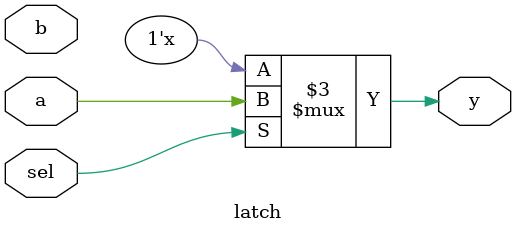
<source format=sv>
module latch(
input logic a, b,sel,
output logic y
);

always @(*) begin
if(sel)
y = a;

end

endmodule

</source>
